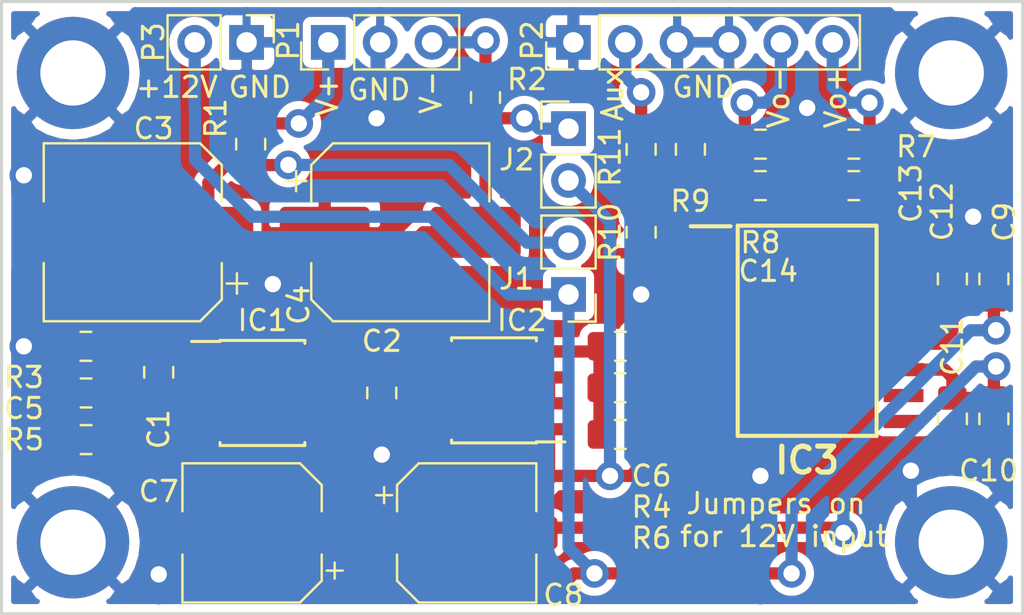
<source format=kicad_pcb>
(kicad_pcb (version 20171130) (host pcbnew "(5.1.5)-2")
  (layers (0 F.Cu signal) (31 B.Cu signal) (34 B.Paste user) (35 F.Paste user) (36 B.SilkS user) (37 F.SilkS user) (38 B.Mask user) (39 F.Mask user) (44 Edge.Cuts user))
  (net 0 "")
  (net 1 "Net-(C1-Pad1)")
  (net 2 GND)
  (net 3 "Net-(C2-Pad1)")
  (net 4 "Net-(C5-Pad1)")
  (net 5 "Net-(C6-Pad1)")
  (net 6 "Net-(C12-Pad1)")
  (net 7 "Net-(C10-Pad2)")
  (net 8 "Net-(C13-Pad1)")
  (net 9 "Net-(C13-Pad2)")
  (net 10 "Net-(C14-Pad2)")
  (net 11 "Net-(C14-Pad1)")
  (net 12 /Vin+)
  (net 13 /Vin-)
  (net 14 Aux_In)
  (net 15 "Net-(IC1-Pad5)")
  (net 16 "Net-(IC1-Pad8)")
  (net 17 "Net-(IC2-Pad8)")
  (net 18 "Net-(IC2-Pad5)")
  (net 19 "Net-(IC3-Pad6)")
  (module Hella_Bauteile:SOIC127P1030X265-16N (layer F.Cu) (at 139.446 56.134)
    (fp_text reference IC3 (at 0 6.35) (layer F.SilkS) (effects (font (size 1.27 1.27) (thickness 0.254))))
    (fp_text value DRV134UA hide)
    (pad 16 smd rect (at 4.725 -4.445 90) (size 0.65 1.95) (layers F.Cu F.Paste F.Mask))
    (pad 15 smd rect (at 4.725 -3.175 90) (size 0.65 1.95) (layers F.Cu F.Paste F.Mask))
    (pad 14 smd rect (at 4.725 -1.905 90) (size 0.65 1.95) (layers F.Cu F.Paste F.Mask) (net 8 "Net-(C13-Pad1)"))
    (pad 13 smd rect (at 4.725 -0.635 90) (size 0.65 1.95) (layers F.Cu F.Paste F.Mask) (net 9 "Net-(C13-Pad2)"))
    (pad 12 smd rect (at 4.725 0.635 90) (size 0.65 1.95) (layers F.Cu F.Paste F.Mask) (net 6 "Net-(C12-Pad1)"))
    (pad 11 smd rect (at 4.725 1.905 90) (size 0.65 1.95) (layers F.Cu F.Paste F.Mask) (net 7 "Net-(C10-Pad2)"))
    (pad 10 smd rect (at 4.725 3.175 90) (size 0.65 1.95) (layers F.Cu F.Paste F.Mask))
    (pad 9 smd rect (at 4.725 4.445 90) (size 0.65 1.95) (layers F.Cu F.Paste F.Mask))
    (pad 8 smd rect (at -4.725 4.445 90) (size 0.65 1.95) (layers F.Cu F.Paste F.Mask))
    (pad 7 smd rect (at -4.725 3.175 90) (size 0.65 1.95) (layers F.Cu F.Paste F.Mask))
    (pad 6 smd rect (at -4.725 1.905 90) (size 0.65 1.95) (layers F.Cu F.Paste F.Mask) (net 19 "Net-(IC3-Pad6)"))
    (pad 5 smd rect (at -4.725 0.635 90) (size 0.65 1.95) (layers F.Cu F.Paste F.Mask) (net 2 GND))
    (pad 4 smd rect (at -4.725 -0.635 90) (size 0.65 1.95) (layers F.Cu F.Paste F.Mask) (net 11 "Net-(C14-Pad1)"))
    (pad 3 smd rect (at -4.725 -1.905 90) (size 0.65 1.95) (layers F.Cu F.Paste F.Mask) (net 10 "Net-(C14-Pad2)"))
    (pad 2 smd rect (at -4.725 -3.175 90) (size 0.65 1.95) (layers F.Cu F.Paste F.Mask))
    (pad 1 smd rect (at -4.725 -4.445 90) (size 0.65 1.95) (layers F.Cu F.Paste F.Mask))
  )
  (module Capacitor_SMD:C_0805_2012Metric_Pad1.15x1.40mm_HandSolder (layer F.Cu) (at 107.696 58.166 270)
    (fp_text reference C1 (at 2.794 0 270) (layer F.SilkS))
    (fp_text value 220nF)
    (pad 1 smd roundrect (at -1.025 0 270) (size 1.15 1.4) (layers F.Cu F.Paste F.Mask) (roundrect_rratio 0.217391) (net 1 "Net-(C1-Pad1)"))
    (pad 2 smd roundrect (at 1.025 0 270) (size 1.15 1.4) (layers F.Cu F.Paste F.Mask) (roundrect_rratio 0.217391) (net 2 GND))
  )
  (module Capacitor_SMD:C_0805_2012Metric_Pad1.15x1.40mm_HandSolder (layer F.Cu) (at 118.618 59.182 270)
    (fp_text reference C2 (at -2.54 0) (layer F.SilkS))
    (fp_text value 220nF)
    (pad 2 smd roundrect (at 1.025 0 270) (size 1.15 1.4) (layers F.Cu F.Paste F.Mask) (roundrect_rratio 0.217391) (net 2 GND))
    (pad 1 smd roundrect (at -1.025 0 270) (size 1.15 1.4) (layers F.Cu F.Paste F.Mask) (roundrect_rratio 0.217391) (net 3 "Net-(C2-Pad1)"))
  )
  (module Capacitor_SMD:C_0805_2012Metric_Pad1.15x1.40mm_HandSolder (layer F.Cu) (at 104.14 59.182 180)
    (fp_text reference C5 (at 3.048 -0.762 180) (layer F.SilkS))
    (fp_text value 10µF)
    (pad 1 smd roundrect (at -1.025 0 180) (size 1.15 1.4) (layers F.Cu F.Paste F.Mask) (roundrect_rratio 0.217391) (net 4 "Net-(C5-Pad1)"))
    (pad 2 smd roundrect (at 1.025 0 180) (size 1.15 1.4) (layers F.Cu F.Paste F.Mask) (roundrect_rratio 0.217391) (net 2 GND))
  )
  (module Capacitor_SMD:C_0805_2012Metric_Pad1.15x1.40mm_HandSolder (layer F.Cu) (at 130.302 56.896)
    (fp_text reference C6 (at 1.524 6.35) (layer F.SilkS))
    (fp_text value 10µF)
    (pad 2 smd roundrect (at 1.025 0) (size 1.15 1.4) (layers F.Cu F.Paste F.Mask) (roundrect_rratio 0.217391) (net 2 GND))
    (pad 1 smd roundrect (at -1.025 0) (size 1.15 1.4) (layers F.Cu F.Paste F.Mask) (roundrect_rratio 0.217391) (net 5 "Net-(C6-Pad1)"))
  )
  (module Capacitor_SMD:C_0805_2012Metric_Pad1.15x1.40mm_HandSolder (layer F.Cu) (at 148.59 53.594 90)
    (fp_text reference C9 (at 2.794 0.508 90) (layer F.SilkS))
    (fp_text value 1µF)
    (pad 1 smd roundrect (at -1.025 0 90) (size 1.15 1.4) (layers F.Cu F.Paste F.Mask) (roundrect_rratio 0.217391) (net 6 "Net-(C12-Pad1)"))
    (pad 2 smd roundrect (at 1.025 0 90) (size 1.15 1.4) (layers F.Cu F.Paste F.Mask) (roundrect_rratio 0.217391) (net 2 GND))
  )
  (module Capacitor_SMD:C_0805_2012Metric_Pad1.15x1.40mm_HandSolder (layer F.Cu) (at 148.59 60.452 90)
    (fp_text reference C10 (at -2.54 -0.254 180) (layer F.SilkS))
    (fp_text value 1µF)
    (pad 2 smd roundrect (at 1.025 0 90) (size 1.15 1.4) (layers F.Cu F.Paste F.Mask) (roundrect_rratio 0.217391) (net 7 "Net-(C10-Pad2)"))
    (pad 1 smd roundrect (at -1.025 0 90) (size 1.15 1.4) (layers F.Cu F.Paste F.Mask) (roundrect_rratio 0.217391) (net 2 GND))
  )
  (module Capacitor_SMD:C_0805_2012Metric_Pad1.15x1.40mm_HandSolder (layer F.Cu) (at 146.558 60.452 90)
    (fp_text reference C11 (at 3.556 0 90) (layer F.SilkS))
    (fp_text value 100nF)
    (pad 1 smd roundrect (at -1.025 0 90) (size 1.15 1.4) (layers F.Cu F.Paste F.Mask) (roundrect_rratio 0.217391) (net 2 GND))
    (pad 2 smd roundrect (at 1.025 0 90) (size 1.15 1.4) (layers F.Cu F.Paste F.Mask) (roundrect_rratio 0.217391) (net 7 "Net-(C10-Pad2)"))
  )
  (module Capacitor_SMD:C_0805_2012Metric_Pad1.15x1.40mm_HandSolder (layer F.Cu) (at 146.558 53.594 90)
    (fp_text reference C12 (at 3.302 -0.508 90) (layer F.SilkS))
    (fp_text value 100nF)
    (pad 2 smd roundrect (at 1.025 0 90) (size 1.15 1.4) (layers F.Cu F.Paste F.Mask) (roundrect_rratio 0.217391) (net 2 GND))
    (pad 1 smd roundrect (at -1.025 0 90) (size 1.15 1.4) (layers F.Cu F.Paste F.Mask) (roundrect_rratio 0.217391) (net 6 "Net-(C12-Pad1)"))
  )
  (module Capacitor_SMD:C_0805_2012Metric_Pad1.15x1.40mm_HandSolder (layer F.Cu) (at 141.732 49.022 180)
    (fp_text reference C13 (at -2.794 -0.381 270) (layer F.SilkS))
    (fp_text value 10µF)
    (pad 1 smd roundrect (at -1.025 0 180) (size 1.15 1.4) (layers F.Cu F.Paste F.Mask) (roundrect_rratio 0.217391) (net 8 "Net-(C13-Pad1)"))
    (pad 2 smd roundrect (at 1.025 0 180) (size 1.15 1.4) (layers F.Cu F.Paste F.Mask) (roundrect_rratio 0.217391) (net 9 "Net-(C13-Pad2)"))
  )
  (module Capacitor_SMD:C_0805_2012Metric_Pad1.15x1.40mm_HandSolder (layer F.Cu) (at 137.16 49.022 180)
    (fp_text reference C14 (at -0.381 -4.191 180) (layer F.SilkS))
    (fp_text value 10µF)
    (pad 2 smd roundrect (at 1.025 0 180) (size 1.15 1.4) (layers F.Cu F.Paste F.Mask) (roundrect_rratio 0.217391) (net 10 "Net-(C14-Pad2)"))
    (pad 1 smd roundrect (at -1.025 0 180) (size 1.15 1.4) (layers F.Cu F.Paste F.Mask) (roundrect_rratio 0.217391) (net 11 "Net-(C14-Pad1)"))
  )
  (module Package_SO:SOIC-8_3.9x4.9mm_P1.27mm (layer F.Cu) (at 112.776 59.182)
    (fp_text reference IC1 (at 0 -3.556) (layer F.SilkS))
    (fp_text value LM317L_SO8)
    (pad 1 smd rect (at -2.7 -1.905) (size 1.55 0.6) (layers F.Cu F.Paste F.Mask) (net 1 "Net-(C1-Pad1)"))
    (pad 2 smd rect (at -2.7 -0.635) (size 1.55 0.6) (layers F.Cu F.Paste F.Mask) (net 6 "Net-(C12-Pad1)"))
    (pad 3 smd rect (at -2.7 0.635) (size 1.55 0.6) (layers F.Cu F.Paste F.Mask) (net 6 "Net-(C12-Pad1)"))
    (pad 4 smd rect (at -2.7 1.905) (size 1.55 0.6) (layers F.Cu F.Paste F.Mask) (net 4 "Net-(C5-Pad1)"))
    (pad 5 smd rect (at 2.7 1.905) (size 1.55 0.6) (layers F.Cu F.Paste F.Mask) (net 15 "Net-(IC1-Pad5)"))
    (pad 6 smd rect (at 2.7 0.635) (size 1.55 0.6) (layers F.Cu F.Paste F.Mask) (net 6 "Net-(C12-Pad1)"))
    (pad 7 smd rect (at 2.7 -0.635) (size 1.55 0.6) (layers F.Cu F.Paste F.Mask) (net 6 "Net-(C12-Pad1)"))
    (pad 8 smd rect (at 2.7 -1.905) (size 1.55 0.6) (layers F.Cu F.Paste F.Mask) (net 16 "Net-(IC1-Pad8)"))
  )
  (module Package_SO:SOIC-8_3.9x4.9mm_P1.27mm (layer F.Cu) (at 124.112 59.055 180)
    (fp_text reference IC2 (at -1.364 3.429 180) (layer F.SilkS))
    (fp_text value LM337L_SO8)
    (pad 8 smd rect (at 2.7 -1.905 180) (size 1.55 0.6) (layers F.Cu F.Paste F.Mask) (net 17 "Net-(IC2-Pad8)"))
    (pad 7 smd rect (at 2.7 -0.635 180) (size 1.55 0.6) (layers F.Cu F.Paste F.Mask) (net 3 "Net-(C2-Pad1)"))
    (pad 6 smd rect (at 2.7 0.635 180) (size 1.55 0.6) (layers F.Cu F.Paste F.Mask) (net 3 "Net-(C2-Pad1)"))
    (pad 5 smd rect (at 2.7 1.905 180) (size 1.55 0.6) (layers F.Cu F.Paste F.Mask) (net 18 "Net-(IC2-Pad5)"))
    (pad 4 smd rect (at -2.7 1.905 180) (size 1.55 0.6) (layers F.Cu F.Paste F.Mask) (net 5 "Net-(C6-Pad1)"))
    (pad 3 smd rect (at -2.7 0.635 180) (size 1.55 0.6) (layers F.Cu F.Paste F.Mask) (net 3 "Net-(C2-Pad1)"))
    (pad 2 smd rect (at -2.7 -0.635 180) (size 1.55 0.6) (layers F.Cu F.Paste F.Mask) (net 3 "Net-(C2-Pad1)"))
    (pad 1 smd rect (at -2.7 -1.905 180) (size 1.55 0.6) (layers F.Cu F.Paste F.Mask) (net 7 "Net-(C10-Pad2)"))
  )
  (module Connector_PinHeader_2.54mm:PinHeader_1x02_P2.54mm_Vertical (layer F.Cu) (at 127.762 54.356 180)
    (fp_text reference J1 (at 2.54 0.762) (layer F.SilkS))
    (fp_text value Conn_01x02_Male)
    (pad 1 thru_hole rect (at 0 0 180) (size 1.7 1.7) (drill 1) (layers *.Cu *.Mask) (net 6 "Net-(C12-Pad1)"))
    (pad 2 thru_hole oval (at 0 2.54 180) (size 1.7 1.7) (drill 1) (layers *.Cu *.Mask) (net 1 "Net-(C1-Pad1)"))
  )
  (module Connector_PinHeader_2.54mm:PinHeader_1x02_P2.54mm_Vertical (layer F.Cu) (at 127.762 46.228)
    (fp_text reference J2 (at -2.54 1.524) (layer F.SilkS))
    (fp_text value Conn_01x02_Male)
    (pad 2 thru_hole oval (at 0 2.54) (size 1.7 1.7) (drill 1) (layers *.Cu *.Mask) (net 7 "Net-(C10-Pad2)"))
    (pad 1 thru_hole rect (at 0 0) (size 1.7 1.7) (drill 1) (layers *.Cu *.Mask) (net 3 "Net-(C2-Pad1)"))
  )
  (module Connector_PinHeader_2.54mm:PinHeader_1x03_P2.54mm_Vertical (layer F.Cu) (at 116 42 90)
    (fp_text reference P1 (at 0.09 -1.954 90) (layer F.SilkS))
    (fp_text value Conn_01x03_Male)
    (pad 1 thru_hole rect (at 0 0 90) (size 1.7 1.7) (drill 1) (layers *.Cu *.Mask) (net 12 /Vin+))
    (pad 2 thru_hole oval (at 0 2.54 90) (size 1.7 1.7) (drill 1) (layers *.Cu *.Mask) (net 2 GND))
    (pad 3 thru_hole oval (at 0 5.08 90) (size 1.7 1.7) (drill 1) (layers *.Cu *.Mask) (net 13 /Vin-))
  )
  (module Connector_PinHeader_2.54mm:PinHeader_1x06_P2.54mm_Vertical (layer F.Cu) (at 128 42 90)
    (fp_text reference P2 (at 0.09 -2.016 90) (layer F.SilkS))
    (fp_text value Conn_01x06_Male)
    (pad 1 thru_hole rect (at 0 0 90) (size 1.7 1.7) (drill 1) (layers *.Cu *.Mask) (net 2 GND))
    (pad 2 thru_hole oval (at 0 2.54 90) (size 1.7 1.7) (drill 1) (layers *.Cu *.Mask) (net 14 Aux_In))
    (pad 3 thru_hole oval (at 0 5.08 90) (size 1.7 1.7) (drill 1) (layers *.Cu *.Mask) (net 2 GND))
    (pad 4 thru_hole oval (at 0 7.62 90) (size 1.7 1.7) (drill 1) (layers *.Cu *.Mask) (net 2 GND))
    (pad 5 thru_hole oval (at 0 10.16 90) (size 1.7 1.7) (drill 1) (layers *.Cu *.Mask) (net 10 "Net-(C14-Pad2)"))
    (pad 6 thru_hole oval (at 0 12.7 90) (size 1.7 1.7) (drill 1) (layers *.Cu *.Mask) (net 8 "Net-(C13-Pad1)"))
  )
  (module Connector_PinHeader_2.54mm:PinHeader_1x02_P2.54mm_Vertical (layer F.Cu) (at 112 42 270)
    (fp_text reference P3 (at 0 4.558 270) (layer F.SilkS))
    (fp_text value Conn_01x02_Male)
    (pad 1 thru_hole rect (at 0 0 270) (size 1.7 1.7) (drill 1) (layers *.Cu *.Mask) (net 2 GND))
    (pad 2 thru_hole oval (at 0 2.54 270) (size 1.7 1.7) (drill 1) (layers *.Cu *.Mask) (net 6 "Net-(C12-Pad1)"))
  )
  (module Resistor_SMD:R_0805_2012Metric_Pad1.15x1.40mm_HandSolder (layer F.Cu) (at 112.2 46.99 270)
    (fp_text reference R1 (at -1.27 1.71 270) (layer F.SilkS))
    (fp_text value 100)
    (pad 1 smd roundrect (at -1.025 0 270) (size 1.15 1.4) (layers F.Cu F.Paste F.Mask) (roundrect_rratio 0.217391) (net 12 /Vin+))
    (pad 2 smd roundrect (at 1.025 0 270) (size 1.15 1.4) (layers F.Cu F.Paste F.Mask) (roundrect_rratio 0.217391) (net 1 "Net-(C1-Pad1)"))
  )
  (module Resistor_SMD:R_0805_2012Metric_Pad1.15x1.40mm_HandSolder (layer F.Cu) (at 123.698 44.704 270)
    (fp_text reference R2 (at -0.889 -2.032) (layer F.SilkS))
    (fp_text value 100)
    (pad 2 smd roundrect (at 1.025 0 270) (size 1.15 1.4) (layers F.Cu F.Paste F.Mask) (roundrect_rratio 0.217391) (net 3 "Net-(C2-Pad1)"))
    (pad 1 smd roundrect (at -1.025 0 270) (size 1.15 1.4) (layers F.Cu F.Paste F.Mask) (roundrect_rratio 0.217391) (net 13 /Vin-))
  )
  (module Resistor_SMD:R_0805_2012Metric_Pad1.15x1.40mm_HandSolder (layer F.Cu) (at 104.131 56.896 180)
    (fp_text reference R3 (at 3.039 -1.524 180) (layer F.SilkS))
    (fp_text value 2k)
    (pad 1 smd roundrect (at -1.025 0 180) (size 1.15 1.4) (layers F.Cu F.Paste F.Mask) (roundrect_rratio 0.217391) (net 4 "Net-(C5-Pad1)"))
    (pad 2 smd roundrect (at 1.025 0 180) (size 1.15 1.4) (layers F.Cu F.Paste F.Mask) (roundrect_rratio 0.217391) (net 2 GND))
  )
  (module Resistor_SMD:R_0805_2012Metric_Pad1.15x1.40mm_HandSolder (layer F.Cu) (at 130.293 58.928 180)
    (fp_text reference R4 (at -1.533 -5.842 180) (layer F.SilkS))
    (fp_text value 2k)
    (pad 2 smd roundrect (at 1.025 0 180) (size 1.15 1.4) (layers F.Cu F.Paste F.Mask) (roundrect_rratio 0.217391) (net 5 "Net-(C6-Pad1)"))
    (pad 1 smd roundrect (at -1.025 0 180) (size 1.15 1.4) (layers F.Cu F.Paste F.Mask) (roundrect_rratio 0.217391) (net 2 GND))
  )
  (module Resistor_SMD:R_0805_2012Metric_Pad1.15x1.40mm_HandSolder (layer F.Cu) (at 104.14 61.468)
    (fp_text reference R5 (at -3.039 0) (layer F.SilkS))
    (fp_text value 220)
    (pad 1 smd roundrect (at -1.025 0) (size 1.15 1.4) (layers F.Cu F.Paste F.Mask) (roundrect_rratio 0.217391) (net 6 "Net-(C12-Pad1)"))
    (pad 2 smd roundrect (at 1.025 0) (size 1.15 1.4) (layers F.Cu F.Paste F.Mask) (roundrect_rratio 0.217391) (net 4 "Net-(C5-Pad1)"))
  )
  (module Resistor_SMD:R_0805_2012Metric_Pad1.15x1.40mm_HandSolder (layer F.Cu) (at 130.302 61.214)
    (fp_text reference R6 (at 1.524 5.08) (layer F.SilkS))
    (fp_text value 220)
    (pad 2 smd roundrect (at 1.025 0) (size 1.15 1.4) (layers F.Cu F.Paste F.Mask) (roundrect_rratio 0.217391) (net 7 "Net-(C10-Pad2)"))
    (pad 1 smd roundrect (at -1.025 0) (size 1.15 1.4) (layers F.Cu F.Paste F.Mask) (roundrect_rratio 0.217391) (net 5 "Net-(C6-Pad1)"))
  )
  (module Resistor_SMD:R_0805_2012Metric_Pad1.15x1.40mm_HandSolder (layer F.Cu) (at 141.732 46.99 180)
    (fp_text reference R7 (at -3.048 -0.127 180) (layer F.SilkS))
    (fp_text value 220)
    (pad 1 smd roundrect (at -1.025 0 180) (size 1.15 1.4) (layers F.Cu F.Paste F.Mask) (roundrect_rratio 0.217391) (net 8 "Net-(C13-Pad1)"))
    (pad 2 smd roundrect (at 1.025 0 180) (size 1.15 1.4) (layers F.Cu F.Paste F.Mask) (roundrect_rratio 0.217391) (net 2 GND))
  )
  (module Resistor_SMD:R_0805_2012Metric_Pad1.15x1.40mm_HandSolder (layer F.Cu) (at 137.16 46.99 180)
    (fp_text reference R8 (at 0 -4.826) (layer F.SilkS))
    (fp_text value 220)
    (pad 2 smd roundrect (at 1.025 0 180) (size 1.15 1.4) (layers F.Cu F.Paste F.Mask) (roundrect_rratio 0.217391) (net 10 "Net-(C14-Pad2)"))
    (pad 1 smd roundrect (at -1.025 0 180) (size 1.15 1.4) (layers F.Cu F.Paste F.Mask) (roundrect_rratio 0.217391) (net 2 GND))
  )
  (module Resistor_SMD:R_0805_2012Metric_Pad1.15x1.40mm_HandSolder (layer F.Cu) (at 131.318 51.308 270)
    (fp_text reference R10 (at 0 1.524 270) (layer F.SilkS))
    (fp_text value 240)
    (pad 1 smd roundrect (at -1.025 0 270) (size 1.15 1.4) (layers F.Cu F.Paste F.Mask) (roundrect_rratio 0.217391) (net 19 "Net-(IC3-Pad6)"))
    (pad 2 smd roundrect (at 1.025 0 270) (size 1.15 1.4) (layers F.Cu F.Paste F.Mask) (roundrect_rratio 0.217391) (net 2 GND))
  )
  (module Resistor_SMD:R_0805_2012Metric_Pad1.15x1.40mm_HandSolder (layer F.Cu) (at 131.318 47.244 90)
    (fp_text reference R11 (at -0.381 -1.524 90) (layer F.SilkS))
    (fp_text value 1k)
    (pad 2 smd roundrect (at 1.025 0 90) (size 1.15 1.4) (layers F.Cu F.Paste F.Mask) (roundrect_rratio 0.217391) (net 14 Aux_In))
    (pad 1 smd roundrect (at -1.025 0 90) (size 1.15 1.4) (layers F.Cu F.Paste F.Mask) (roundrect_rratio 0.217391) (net 19 "Net-(IC3-Pad6)"))
  )
  (module MountingHole:MountingHole_3.2mm_M3_ISO14580_Pad (layer F.Cu) (at 103.5 43.5)
    (fp_text reference H1 hide)
    (fp_text value MountingHole_Pad)
    (pad 1 thru_hole circle (at 0 0) (size 5.5 5.5) (drill 3.2) (layers *.Cu *.Mask) (net 2 GND))
  )
  (module MountingHole:MountingHole_3.2mm_M3_ISO14580_Pad (layer F.Cu) (at 103.5 66.5)
    (fp_text reference H2 hide)
    (fp_text value MountingHole_Pad)
    (pad 1 thru_hole circle (at 0 0) (size 5.5 5.5) (drill 3.2) (layers *.Cu *.Mask) (net 2 GND))
  )
  (module MountingHole:MountingHole_3.2mm_M3_ISO14580_Pad (layer F.Cu) (at 146.5 43.5)
    (fp_text reference H3 hide)
    (fp_text value MountingHole_Pad)
    (pad 1 thru_hole circle (at 0 0) (size 5.5 5.5) (drill 3.2) (layers *.Cu *.Mask) (net 2 GND))
  )
  (module MountingHole:MountingHole_3.2mm_M3_ISO14580_Pad (layer F.Cu) (at 146.5 66.5)
    (fp_text reference H4 hide)
    (fp_text value MountingHole_Pad)
    (pad 1 thru_hole circle (at 0 0) (size 5.5 5.5) (drill 3.2) (layers *.Cu *.Mask) (net 2 GND))
  )
  (module Capacitor_SMD:CP_Elec_8x10.5 (layer F.Cu) (at 106.426 51.308 180)
    (fp_text reference C3 (at -1.016 5.08 180) (layer F.SilkS))
    (fp_text value 220µF)
    (pad 1 smd roundrect (at -3.7 0 180) (size 4.4 2.5) (layers F.Cu F.Paste F.Mask) (roundrect_rratio 0.1) (net 1 "Net-(C1-Pad1)"))
    (pad 2 smd roundrect (at 3.7 0 180) (size 4.4 2.5) (layers F.Cu F.Paste F.Mask) (roundrect_rratio 0.1) (net 2 GND))
  )
  (module Capacitor_SMD:CP_Elec_8x10.5 (layer F.Cu) (at 119.524 51.308)
    (fp_text reference C4 (at -4.97 3.556 90) (layer F.SilkS))
    (fp_text value 220nF)
    (pad 2 smd roundrect (at 3.7 0) (size 4.4 2.5) (layers F.Cu F.Paste F.Mask) (roundrect_rratio 0.1) (net 3 "Net-(C2-Pad1)"))
    (pad 1 smd roundrect (at -3.7 0) (size 4.4 2.5) (layers F.Cu F.Paste F.Mask) (roundrect_rratio 0.1) (net 2 GND))
  )
  (module Capacitor_SMD:CP_Elec_6.3x5.8 (layer F.Cu) (at 112.268 66.04 180)
    (fp_text reference C7 (at 4.572 2.032 180) (layer F.SilkS))
    (fp_text value 100µF)
    (pad 2 smd roundrect (at 2.7 0 180) (size 3.5 1.6) (layers F.Cu F.Paste F.Mask) (roundrect_rratio 0.15625) (net 2 GND))
    (pad 1 smd roundrect (at -2.7 0 180) (size 3.5 1.6) (layers F.Cu F.Paste F.Mask) (roundrect_rratio 0.15625) (net 6 "Net-(C12-Pad1)"))
  )
  (module Capacitor_SMD:CP_Elec_6.3x5.8 (layer F.Cu) (at 122.776 66.04)
    (fp_text reference C8 (at 4.732 3.048) (layer F.SilkS))
    (fp_text value 100µF)
    (pad 1 smd roundrect (at -2.7 0) (size 3.5 1.6) (layers F.Cu F.Paste F.Mask) (roundrect_rratio 0.15625) (net 2 GND))
    (pad 2 smd roundrect (at 2.7 0) (size 3.5 1.6) (layers F.Cu F.Paste F.Mask) (roundrect_rratio 0.15625) (net 7 "Net-(C10-Pad2)"))
  )
  (module Resistor_SMD:R_0805_2012Metric_Pad1.15x1.40mm_HandSolder (layer F.Cu) (at 133.731 47.244 90)
    (fp_text reference R9 (at -2.54 0 180) (layer F.SilkS))
    (fp_text value R)
    (pad 1 smd roundrect (at -1.025 0 90) (size 1.15 1.4) (layers F.Cu F.Paste F.Mask) (roundrect_rratio 0.217391) (net 19 "Net-(IC3-Pad6)"))
    (pad 2 smd roundrect (at 1.025 0 90) (size 1.15 1.4) (layers F.Cu F.Paste F.Mask) (roundrect_rratio 0.217391) (net 2 GND))
  )
  (gr_text "Jumpers on \nfor 12V input" (at 138.303 65.405) (layer F.SilkS) (effects (font (size 1 1))))
  (gr_text GND (at 134.366 44.196) (layer F.SilkS) (effects (font (size 1 1))))
  (gr_text Aux (at 129.921 44.577 90) (layer F.SilkS) (effects (font (size 1 1))))
  (gr_text Vo- (at 138.049 44.704 90) (layer F.SilkS) (effects (font (size 1 1))))
  (gr_text Vo+ (at 140.843 44.704 90) (layer F.SilkS) (effects (font (size 1 1))))
  (gr_text +12V (at 108.585 44.196) (layer F.SilkS) (effects (font (size 1 1))))
  (gr_text GND (at 112.649 44.196) (layer F.SilkS) (effects (font (size 1 1))))
  (gr_text GND (at 118.491 44.323) (layer F.SilkS) (effects (font (size 1 1))))
  (gr_text V- (at 121.031 44.45 90) (layer F.SilkS) (effects (font (size 1 1))))
  (gr_text V+ (at 115.951 44.577 90) (layer F.SilkS) (effects (font (size 1 1))))
  (gr_line (start 100 70) (end 100 40) (layer Edge.Cuts) (width 0.15))
  (gr_line (start 150 70) (end 100 70) (layer Edge.Cuts) (width 0.15))
  (gr_line (start 150 40) (end 150 70) (layer Edge.Cuts) (width 0.15))
  (gr_line (start 100 40) (end 150 40) (layer Edge.Cuts) (width 0.15))
  (segment (start 112.522 48.015) (end 110.989 48.015) (width 0.6) (layer F.Cu) (net 1))
  (segment (start 110.126 48.878) (end 110.126 51.308) (width 0.6) (layer F.Cu) (net 1))
  (segment (start 110.989 48.015) (end 110.126 48.878) (width 0.6) (layer F.Cu) (net 1))
  (segment (start 107.578 57.277) (end 110.076 57.277) (width 0.6) (layer F.Cu) (net 1))
  (segment (start 107.696 57.159) (end 107.578 57.277) (width 0.6) (layer F.Cu) (net 1))
  (segment (start 107.696 55.626) (end 107.696 57.159) (width 0.6) (layer F.Cu) (net 1))
  (segment (start 109.728 53.594) (end 107.696 55.626) (width 0.6) (layer F.Cu) (net 1))
  (segment (start 110.126 51.308) (end 109.728 51.706) (width 0.6) (layer F.Cu) (net 1))
  (segment (start 109.728 51.706) (end 109.728 53.594) (width 0.6) (layer F.Cu) (net 1))
  (via (at 114.046 48.006) (size 1.4) (drill 0.8) (layers F.Cu B.Cu) (net 1))
  (segment (start 112.522 48.015) (end 114.037 48.015) (width 0.6) (layer F.Cu) (net 1))
  (segment (start 114.037 48.015) (end 114.046 48.006) (width 0.6) (layer F.Cu) (net 1))
  (segment (start 125.73 51.816) (end 127.762 51.816) (width 0.6) (layer B.Cu) (net 1))
  (segment (start 114.046 48.006) (end 121.92 48.006) (width 0.6) (layer B.Cu) (net 1))
  (segment (start 121.92 48.006) (end 125.73 51.816) (width 0.6) (layer B.Cu) (net 1))
  (via (at 113.284 53.848) (size 1.4) (drill 0.8) (layers F.Cu B.Cu) (net 2))
  (segment (start 131.327 58.919) (end 131.318 58.928) (width 0.6) (layer F.Cu) (net 2))
  (segment (start 131.327 56.896) (end 131.327 58.919) (width 0.6) (layer F.Cu) (net 2))
  (segment (start 103.115 59.191) (end 103.106 59.182) (width 0.6) (layer F.Cu) (net 2))
  (segment (start 115.824 52.658) (end 117.094 53.928) (width 0.6) (layer F.Cu) (net 2))
  (segment (start 115.824 51.308) (end 115.824 52.658) (width 0.6) (layer F.Cu) (net 2))
  (segment (start 117.103 60.207) (end 118.618 60.207) (width 0.6) (layer F.Cu) (net 2))
  (segment (start 117.094 60.198) (end 117.103 60.207) (width 0.6) (layer F.Cu) (net 2))
  (segment (start 131.318 56.887) (end 131.327 56.896) (width 0.6) (layer F.Cu) (net 2))
  (segment (start 131.318 52.333) (end 131.318 54.356) (width 0.6) (layer F.Cu) (net 2))
  (segment (start 143.47501 40.47501) (end 146.5 43.5) (width 0.4) (layer B.Cu) (net 2))
  (segment (start 103.5 43.5) (end 106.52499 40.47501) (width 0.4) (layer B.Cu) (net 2))
  (segment (start 112 40.48901) (end 112.014 40.47501) (width 0.4) (layer B.Cu) (net 2))
  (segment (start 112 42) (end 112 40.48901) (width 0.4) (layer B.Cu) (net 2))
  (segment (start 106.52499 40.47501) (end 112.014 40.47501) (width 0.4) (layer B.Cu) (net 2))
  (segment (start 112.014 40.47501) (end 118.618 40.47501) (width 0.4) (layer B.Cu) (net 2))
  (segment (start 135.62 40.49101) (end 135.636 40.47501) (width 0.4) (layer B.Cu) (net 2))
  (segment (start 135.62 42) (end 135.62 40.49101) (width 0.4) (layer B.Cu) (net 2))
  (segment (start 135.636 40.47501) (end 143.47501 40.47501) (width 0.4) (layer B.Cu) (net 2))
  (segment (start 133.08 40.49101) (end 133.096 40.47501) (width 0.4) (layer B.Cu) (net 2))
  (segment (start 133.08 42) (end 133.08 40.49101) (width 0.4) (layer B.Cu) (net 2))
  (segment (start 118.618 40.47501) (end 133.096 40.47501) (width 0.4) (layer B.Cu) (net 2))
  (segment (start 133.096 40.47501) (end 135.636 40.47501) (width 0.4) (layer B.Cu) (net 2))
  (segment (start 118.54 40.47501) (end 118.618 40.47501) (width 0.4) (layer B.Cu) (net 2))
  (segment (start 118.54 42) (end 118.54 40.47501) (width 0.4) (layer B.Cu) (net 2))
  (segment (start 103.5 66.5) (end 106.249999 69.249999) (width 0.4) (layer B.Cu) (net 2))
  (via (at 101.092 48.514) (size 1.4) (drill 0.8) (layers F.Cu B.Cu) (net 2))
  (segment (start 102.108 48.514) (end 101.092 48.514) (width 0.4) (layer F.Cu) (net 2))
  (segment (start 102.726 51.308) (end 102.726 49.132) (width 0.4) (layer F.Cu) (net 2))
  (segment (start 102.726 49.132) (end 102.108 48.514) (width 0.4) (layer F.Cu) (net 2))
  (segment (start 103.115 56.905) (end 103.106 56.896) (width 0.6) (layer F.Cu) (net 2))
  (segment (start 103.115 59.182) (end 103.115 56.905) (width 0.6) (layer F.Cu) (net 2))
  (segment (start 109.568 66.04) (end 109.568 67.216) (width 0.6) (layer F.Cu) (net 2))
  (via (at 107.696 68.072) (size 1.4) (drill 0.8) (layers F.Cu B.Cu) (net 2))
  (segment (start 109.568 67.216) (end 108.712 68.072) (width 0.6) (layer F.Cu) (net 2))
  (segment (start 108.712 68.072) (end 107.696 68.072) (width 0.6) (layer F.Cu) (net 2))
  (segment (start 107.696 68.072) (end 107.696 69.249999) (width 0.6) (layer B.Cu) (net 2))
  (segment (start 106.249999 69.249999) (end 107.696 69.249999) (width 0.4) (layer B.Cu) (net 2))
  (via (at 118.364 45.72) (size 1.4) (drill 0.8) (layers F.Cu B.Cu) (net 2))
  (segment (start 115.824 51.308) (end 115.824 48.26) (width 0.6) (layer F.Cu) (net 2))
  (segment (start 115.824 48.26) (end 118.364 45.72) (width 0.6) (layer F.Cu) (net 2))
  (segment (start 118.364 42.176) (end 118.54 42) (width 0.6) (layer B.Cu) (net 2))
  (segment (start 118.364 45.72) (end 118.364 42.176) (width 0.6) (layer B.Cu) (net 2))
  (segment (start 128 42) (end 128 40.57501) (width 0.6) (layer B.Cu) (net 2))
  (via (at 139.446 45.212) (size 1.4) (drill 0.8) (layers F.Cu B.Cu) (net 2))
  (segment (start 139.446 46.99) (end 139.446 45.212) (width 0.6) (layer F.Cu) (net 2))
  (segment (start 139.446 46.99) (end 140.453 46.99) (width 0.6) (layer F.Cu) (net 2))
  (segment (start 138.439 46.99) (end 139.446 46.99) (width 0.6) (layer F.Cu) (net 2))
  (segment (start 131.318 54.356) (end 131.318 56.887) (width 0.6) (layer F.Cu) (net 2))
  (via (at 131.318 54.356) (size 1.4) (drill 0.8) (layers F.Cu B.Cu) (net 2))
  (segment (start 133.08 52.594) (end 133.08 47.498) (width 0.6) (layer B.Cu) (net 2))
  (segment (start 131.318 54.356) (end 133.08 52.594) (width 0.6) (layer B.Cu) (net 2))
  (segment (start 138.911949 46.736) (end 133.08 46.736) (width 0.6) (layer B.Cu) (net 2))
  (segment (start 139.446 45.212) (end 139.446 46.201949) (width 0.6) (layer B.Cu) (net 2))
  (segment (start 133.08 47.498) (end 133.08 46.736) (width 0.6) (layer B.Cu) (net 2))
  (segment (start 133.08 46.736) (end 133.08 42) (width 0.6) (layer B.Cu) (net 2))
  (via (at 147.574 50.546) (size 1.4) (drill 0.8) (layers F.Cu B.Cu) (net 2))
  (segment (start 147.574 52.569) (end 147.574 50.546) (width 0.6) (layer F.Cu) (net 2))
  (segment (start 147.574 52.569) (end 146.558 52.569) (width 0.6) (layer F.Cu) (net 2))
  (segment (start 148.59 52.569) (end 147.574 52.569) (width 0.6) (layer F.Cu) (net 2))
  (segment (start 147.574 50.546) (end 143.764 46.736) (width 0.6) (layer B.Cu) (net 2))
  (segment (start 139.446 46.201949) (end 139.446 46.736) (width 0.6) (layer B.Cu) (net 2))
  (segment (start 143.764 46.736) (end 139.446 46.736) (width 0.6) (layer B.Cu) (net 2))
  (segment (start 139.446 46.736) (end 138.911949 46.736) (width 0.6) (layer B.Cu) (net 2))
  (via (at 144.526 62.992) (size 1.4) (drill 0.8) (layers F.Cu B.Cu) (net 2))
  (segment (start 146.041 61.477) (end 144.526 62.992) (width 0.6) (layer F.Cu) (net 2))
  (segment (start 147.574 61.477) (end 146.041 61.477) (width 0.6) (layer F.Cu) (net 2))
  (segment (start 147.574 61.477) (end 146.558 61.477) (width 0.6) (layer F.Cu) (net 2))
  (segment (start 148.59 61.477) (end 147.574 61.477) (width 0.6) (layer F.Cu) (net 2))
  (segment (start 144.526 64.526) (end 146.5 66.5) (width 0.6) (layer B.Cu) (net 2))
  (segment (start 144.526 62.992) (end 144.526 64.526) (width 0.6) (layer B.Cu) (net 2))
  (segment (start 136.296 56.769) (end 137.16 57.633) (width 0.6) (layer F.Cu) (net 2))
  (segment (start 134.721 56.769) (end 136.296 56.769) (width 0.6) (layer F.Cu) (net 2))
  (segment (start 137.16 57.633) (end 137.16 63.246) (width 0.6) (layer F.Cu) (net 2))
  (segment (start 137.16 63.246) (end 137.16 63.246) (width 0.6) (layer F.Cu) (net 2))
  (via (at 137.16 63.246) (size 1.4) (drill 0.8) (layers F.Cu B.Cu) (net 2))
  (segment (start 137.16 63.246) (end 137.16 69.249999) (width 0.6) (layer B.Cu) (net 2))
  (via (at 101.092 56.896) (size 1.4) (drill 0.8) (layers F.Cu B.Cu) (net 2))
  (segment (start 101.092 64.092) (end 101.092 56.896) (width 0.4) (layer B.Cu) (net 2))
  (segment (start 103.5 66.5) (end 101.092 64.092) (width 0.4) (layer B.Cu) (net 2))
  (segment (start 101.092 45.908) (end 101.092 56.896) (width 0.4) (layer B.Cu) (net 2))
  (segment (start 103.5 43.5) (end 101.092 45.908) (width 0.4) (layer B.Cu) (net 2))
  (segment (start 103.106 56.896) (end 101.092 56.896) (width 0.25) (layer F.Cu) (net 2))
  (segment (start 120.076 63.942) (end 120.076 64.516) (width 0.6) (layer F.Cu) (net 2))
  (segment (start 120.076 64.516) (end 120.076 66.04) (width 0.6) (layer F.Cu) (net 2))
  (segment (start 118.618 60.207) (end 118.627 60.207) (width 0.6) (layer F.Cu) (net 2))
  (segment (start 113.284 54.837949) (end 113.818051 55.372) (width 0.6) (layer F.Cu) (net 2))
  (segment (start 113.284 53.848) (end 113.284 54.837949) (width 0.6) (layer F.Cu) (net 2))
  (segment (start 113.818051 55.372) (end 117.094 55.372) (width 0.6) (layer F.Cu) (net 2))
  (segment (start 117.094 53.928) (end 117.094 55.372) (width 0.6) (layer F.Cu) (net 2))
  (segment (start 117.094 55.372) (end 117.094 60.198) (width 0.6) (layer F.Cu) (net 2))
  (segment (start 137.085009 69.32499) (end 137.16 69.249999) (width 0.4) (layer B.Cu) (net 2))
  (segment (start 107.770991 69.32499) (end 137.085009 69.32499) (width 0.4) (layer B.Cu) (net 2))
  (segment (start 107.696 69.249999) (end 107.770991 69.32499) (width 0.4) (layer B.Cu) (net 2))
  (segment (start 137.234991 69.32499) (end 143.67501 69.32499) (width 0.4) (layer B.Cu) (net 2))
  (segment (start 137.16 69.249999) (end 137.234991 69.32499) (width 0.4) (layer B.Cu) (net 2))
  (segment (start 143.67501 69.32499) (end 146.5 66.5) (width 0.4) (layer B.Cu) (net 2))
  (segment (start 106.39599 51.308) (end 102.726 51.308) (width 0.4) (layer F.Cu) (net 2))
  (segment (start 106.39599 58.89799) (end 106.39599 51.308) (width 0.4) (layer F.Cu) (net 2))
  (segment (start 107.696 59.191) (end 106.689 59.191) (width 0.4) (layer F.Cu) (net 2))
  (segment (start 106.689 59.191) (end 106.39599 58.89799) (width 0.4) (layer F.Cu) (net 2))
  (segment (start 120.076 63.661949) (end 120.076 64.516) (width 0.6) (layer F.Cu) (net 2))
  (segment (start 118.618 60.207) (end 118.618 62.203949) (width 0.6) (layer F.Cu) (net 2))
  (segment (start 118.618 62.203949) (end 120.076 63.661949) (width 0.6) (layer F.Cu) (net 2))
  (segment (start 118.618 62.203949) (end 118.618 62.203949) (width 0.6) (layer F.Cu) (net 2))
  (via (at 118.618 62.203949) (size 1.4) (drill 0.8) (layers F.Cu B.Cu) (net 2))
  (segment (start 118.618 53.34) (end 118.618 57.395) (width 0.6) (layer F.Cu) (net 3))
  (segment (start 123.224 51.308) (end 120.65 51.308) (width 0.6) (layer F.Cu) (net 3))
  (segment (start 120.65 51.308) (end 118.618 53.34) (width 0.6) (layer F.Cu) (net 3))
  (segment (start 121.412 58.42) (end 126.812 58.42) (width 0.6) (layer F.Cu) (net 3))
  (segment (start 126.812 58.42) (end 126.812 59.69) (width 0.6) (layer F.Cu) (net 3))
  (segment (start 121.412 58.42) (end 121.412 59.69) (width 0.6) (layer F.Cu) (net 3))
  (segment (start 118.618 57.395) (end 118.618 58.157) (width 0.6) (layer F.Cu) (net 3))
  (segment (start 118.881 58.42) (end 118.618 58.157) (width 0.6) (layer F.Cu) (net 3))
  (segment (start 121.412 58.42) (end 118.881 58.42) (width 0.6) (layer F.Cu) (net 3))
  (segment (start 126.812 59.69) (end 121.412 59.69) (width 0.6) (layer F.Cu) (net 3))
  (via (at 125.6 45.72) (size 1.4) (drill 0.8) (layers F.Cu B.Cu) (net 3))
  (segment (start 126.312 46.228) (end 125.983992 45.899992) (width 0.6) (layer B.Cu) (net 3))
  (segment (start 125.983992 45.899992) (end 125.983992 45.72) (width 0.6) (layer B.Cu) (net 3))
  (segment (start 127.762 46.228) (end 126.312 46.228) (width 0.6) (layer B.Cu) (net 3))
  (segment (start 123.698 50.834) (end 123.224 51.308) (width 0.6) (layer F.Cu) (net 3))
  (segment (start 123.698 45.729) (end 123.698 50.834) (width 0.6) (layer F.Cu) (net 3))
  (segment (start 124.46 45.729) (end 123.698 45.729) (width 0.6) (layer F.Cu) (net 3))
  (segment (start 125.983992 45.72) (end 124.469 45.72) (width 0.6) (layer F.Cu) (net 3))
  (segment (start 124.469 45.72) (end 124.46 45.729) (width 0.6) (layer F.Cu) (net 3))
  (segment (start 105.165 59.445) (end 105.156 59.436) (width 0.6) (layer F.Cu) (net 4))
  (segment (start 105.419 61.468) (end 105.165 61.722) (width 0.6) (layer F.Cu) (net 4))
  (segment (start 107.188 61.468) (end 105.419 61.468) (width 0.6) (layer F.Cu) (net 4))
  (segment (start 110.076 61.087) (end 107.569 61.087) (width 0.6) (layer F.Cu) (net 4))
  (segment (start 107.569 61.087) (end 107.188 61.468) (width 0.6) (layer F.Cu) (net 4))
  (segment (start 105.156 59.173) (end 105.165 59.182) (width 0.6) (layer F.Cu) (net 4))
  (segment (start 105.156 56.896) (end 105.156 59.173) (width 0.6) (layer F.Cu) (net 4))
  (segment (start 105.165 59.182) (end 105.165 61.468) (width 0.6) (layer F.Cu) (net 4))
  (segment (start 129.277 58.937) (end 129.268 58.928) (width 0.6) (layer F.Cu) (net 5))
  (segment (start 129.277 61.214) (end 129.277 58.937) (width 0.6) (layer F.Cu) (net 5))
  (segment (start 129.277 58.919) (end 129.268 58.928) (width 0.6) (layer F.Cu) (net 5))
  (segment (start 129.277 56.896) (end 129.277 58.919) (width 0.6) (layer F.Cu) (net 5))
  (segment (start 129.023 57.15) (end 129.277 56.896) (width 0.6) (layer F.Cu) (net 5))
  (segment (start 126.812 57.15) (end 129.023 57.15) (width 0.6) (layer F.Cu) (net 5))
  (segment (start 115.476 59.817) (end 115.476 58.547) (width 0.6) (layer F.Cu) (net 6))
  (segment (start 110.076 59.817) (end 110.076 58.547) (width 0.6) (layer F.Cu) (net 6))
  (segment (start 113.03 59.817) (end 115.476 59.817) (width 0.6) (layer F.Cu) (net 6))
  (segment (start 110.076 59.817) (end 113.03 59.817) (width 0.6) (layer F.Cu) (net 6))
  (segment (start 115.476 58.547) (end 110.076 58.547) (width 0.6) (layer F.Cu) (net 6))
  (segment (start 113.03 62.23) (end 113.03 59.817) (width 0.6) (layer F.Cu) (net 6))
  (segment (start 113.03 62.738) (end 113.03 62.23) (width 0.6) (layer F.Cu) (net 6))
  (segment (start 148.59 54.619) (end 146.558 54.619) (width 0.6) (layer F.Cu) (net 6))
  (via (at 148.7 56.1086) (size 1.4) (drill 0.8) (layers F.Cu B.Cu) (net 6))
  (segment (start 148.59 55.9986) (end 148.7 56.1086) (width 0.6) (layer F.Cu) (net 6))
  (segment (start 148.59 54.619) (end 148.59 55.9986) (width 0.6) (layer F.Cu) (net 6))
  (segment (start 146.558 55.294) (end 146.558 54.619) (width 0.6) (layer F.Cu) (net 6))
  (segment (start 146.558 56.134) (end 146.558 55.294) (width 0.6) (layer F.Cu) (net 6))
  (segment (start 144.171 56.769) (end 145.923 56.769) (width 0.6) (layer F.Cu) (net 6))
  (segment (start 145.923 56.769) (end 146.558 56.134) (width 0.6) (layer F.Cu) (net 6))
  (segment (start 109.46 45.196002) (end 109.474 45.210002) (width 0.6) (layer B.Cu) (net 6))
  (segment (start 109.46 42) (end 109.46 45.196002) (width 0.6) (layer B.Cu) (net 6))
  (segment (start 109.474 45.210002) (end 109.474 47.752) (width 0.6) (layer B.Cu) (net 6))
  (segment (start 109.474 47.752) (end 112.268 50.546) (width 0.6) (layer B.Cu) (net 6))
  (segment (start 112.89999 62.86801) (end 113.03 62.738) (width 0.6) (layer F.Cu) (net 6))
  (segment (start 103.115 61.468) (end 103.115 62.268) (width 0.6) (layer F.Cu) (net 6))
  (segment (start 103.115 62.268) (end 103.71501 62.86801) (width 0.6) (layer F.Cu) (net 6))
  (segment (start 114.968 66.04) (end 114.968 63.406) (width 0.6) (layer F.Cu) (net 6))
  (segment (start 114.43001 62.86801) (end 114.968 63.406) (width 0.6) (layer F.Cu) (net 6))
  (segment (start 112.268 62.86801) (end 114.43001 62.86801) (width 0.6) (layer F.Cu) (net 6))
  (segment (start 112.268 62.86801) (end 112.89999 62.86801) (width 0.6) (layer F.Cu) (net 6))
  (segment (start 103.71501 62.86801) (end 112.268 62.86801) (width 0.6) (layer F.Cu) (net 6))
  (segment (start 116.078 50.546) (end 121.031 50.546) (width 0.6) (layer B.Cu) (net 6))
  (segment (start 116.078 50.546) (end 116.586 50.546) (width 0.6) (layer B.Cu) (net 6))
  (segment (start 112.268 50.546) (end 116.078 50.546) (width 0.6) (layer B.Cu) (net 6))
  (segment (start 124.841 54.356) (end 127.762 54.356) (width 0.6) (layer B.Cu) (net 6))
  (segment (start 121.031 50.546) (end 124.841 54.356) (width 0.6) (layer B.Cu) (net 6))
  (via (at 138.684 68.02498) (size 1.4) (drill 0.8) (layers F.Cu B.Cu) (net 6))
  (segment (start 138.684 64.877998) (end 138.684 67.035031) (width 0.6) (layer B.Cu) (net 6))
  (segment (start 147.453398 56.1086) (end 138.684 64.877998) (width 0.6) (layer B.Cu) (net 6))
  (segment (start 138.684 67.035031) (end 138.684 68.02498) (width 0.6) (layer B.Cu) (net 6))
  (segment (start 148.7 56.1086) (end 147.453398 56.1086) (width 0.6) (layer B.Cu) (net 6))
  (segment (start 128.332001 67.324981) (end 129.032 68.02498) (width 0.6) (layer B.Cu) (net 6))
  (segment (start 127.762 66.75498) (end 128.332001 67.324981) (width 0.6) (layer B.Cu) (net 6))
  (segment (start 127.762 54.356) (end 127.762 66.75498) (width 0.6) (layer B.Cu) (net 6))
  (segment (start 138.684 68.02498) (end 129.032 68.02498) (width 0.6) (layer F.Cu) (net 6))
  (via (at 129.032 68.02498) (size 1.4) (drill 0.8) (layers F.Cu B.Cu) (net 6))
  (segment (start 128.042051 68.02498) (end 129.032 68.02498) (width 0.6) (layer F.Cu) (net 6))
  (segment (start 127.741031 68.326) (end 128.042051 68.02498) (width 0.6) (layer F.Cu) (net 6))
  (segment (start 114.968 66.04) (end 117.254 68.326) (width 0.6) (layer F.Cu) (net 6))
  (segment (start 117.254 68.326) (end 127.741031 68.326) (width 0.6) (layer F.Cu) (net 6))
  (segment (start 131.327 62.729) (end 131.327 61.214) (width 0.6) (layer F.Cu) (net 7))
  (segment (start 130.81 63.246) (end 131.327 62.729) (width 0.6) (layer F.Cu) (net 7))
  (segment (start 125.476 64.77) (end 125.476 66.04) (width 0.6) (layer F.Cu) (net 7))
  (segment (start 126.812 60.96) (end 126.812 63.434) (width 0.6) (layer F.Cu) (net 7))
  (segment (start 126.812 63.434) (end 125.476 64.77) (width 0.6) (layer F.Cu) (net 7))
  (segment (start 127 63.246) (end 126.812 63.434) (width 0.6) (layer F.Cu) (net 7))
  (segment (start 148.59 59.427) (end 146.558 59.427) (width 0.6) (layer F.Cu) (net 7))
  (segment (start 148.844 59.173) (end 148.59 59.427) (width 0.6) (layer F.Cu) (net 7))
  (via (at 148.7 57.8866) (size 1.4) (drill 0.8) (layers F.Cu B.Cu) (net 7))
  (segment (start 148.59 57.9966) (end 148.7 57.8866) (width 0.6) (layer F.Cu) (net 7))
  (segment (start 148.59 59.427) (end 148.59 57.9966) (width 0.6) (layer F.Cu) (net 7))
  (segment (start 146.558 58.42) (end 146.558 59.427) (width 0.6) (layer F.Cu) (net 7))
  (segment (start 144.171 58.039) (end 146.177 58.039) (width 0.6) (layer F.Cu) (net 7))
  (segment (start 146.177 58.039) (end 146.558 58.42) (width 0.6) (layer F.Cu) (net 7))
  (via (at 129.794 63.246) (size 1.4) (drill 0.8) (layers F.Cu B.Cu) (net 7))
  (segment (start 129.794 50.8) (end 129.794 63.246) (width 0.6) (layer B.Cu) (net 7))
  (segment (start 127.762 48.768) (end 129.794 50.8) (width 0.6) (layer B.Cu) (net 7))
  (segment (start 130.81 63.246) (end 129.794 63.246) (width 0.6) (layer F.Cu) (net 7))
  (segment (start 129.794 63.246) (end 127 63.246) (width 0.6) (layer F.Cu) (net 7))
  (via (at 141.224 66.040004) (size 1.4) (drill 0.8) (layers F.Cu B.Cu) (net 7))
  (segment (start 141.224 65.050055) (end 141.224 66.040004) (width 0.6) (layer B.Cu) (net 7))
  (segment (start 141.224 64.372651) (end 141.224 65.050055) (width 0.6) (layer B.Cu) (net 7))
  (segment (start 147.710051 57.8866) (end 141.224 64.372651) (width 0.6) (layer B.Cu) (net 7))
  (segment (start 148.7 57.8866) (end 147.710051 57.8866) (width 0.6) (layer B.Cu) (net 7))
  (segment (start 140.969996 65.786) (end 141.224 66.040004) (width 0.6) (layer F.Cu) (net 7))
  (segment (start 125.476 66.04) (end 125.73 65.786) (width 0.6) (layer F.Cu) (net 7))
  (segment (start 125.73 65.786) (end 140.969996 65.786) (width 0.6) (layer F.Cu) (net 7))
  (segment (start 142.503 46.99) (end 142.503 49.022) (width 0.6) (layer F.Cu) (net 8))
  (via (at 142.494 44.958) (size 1.4) (drill 0.8) (layers F.Cu B.Cu) (net 8))
  (segment (start 142.503 44.967) (end 142.494 44.958) (width 0.6) (layer F.Cu) (net 8))
  (segment (start 142.503 46.99) (end 142.503 44.967) (width 0.6) (layer F.Cu) (net 8))
  (segment (start 141.478 44.958) (end 142.494 44.958) (width 0.6) (layer B.Cu) (net 8))
  (segment (start 140.7 44.18) (end 141.478 44.958) (width 0.6) (layer B.Cu) (net 8))
  (segment (start 140.7 44.18) (end 140.7 42) (width 0.6) (layer B.Cu) (net 8))
  (segment (start 142.503 50.283) (end 142.503 49.022) (width 0.6) (layer F.Cu) (net 8))
  (segment (start 142.24 50.546) (end 142.503 50.283) (width 0.6) (layer F.Cu) (net 8))
  (segment (start 142.24 53.585) (end 142.24 50.546) (width 0.6) (layer F.Cu) (net 8))
  (segment (start 144.171 54.229) (end 142.884 54.229) (width 0.6) (layer F.Cu) (net 8))
  (segment (start 142.884 54.229) (end 142.24 53.585) (width 0.6) (layer F.Cu) (net 8))
  (segment (start 140.453 49.822) (end 140.453 49.022) (width 0.6) (layer F.Cu) (net 9))
  (segment (start 140.453 54.601) (end 140.453 49.822) (width 0.6) (layer F.Cu) (net 9))
  (segment (start 144.171 55.499) (end 141.351 55.499) (width 0.6) (layer F.Cu) (net 9))
  (segment (start 141.351 55.499) (end 140.453 54.601) (width 0.6) (layer F.Cu) (net 9))
  (segment (start 136.389 46.99) (end 136.389 49.022) (width 0.6) (layer F.Cu) (net 10))
  (via (at 136.398 44.958) (size 1.4) (drill 0.8) (layers F.Cu B.Cu) (net 10))
  (segment (start 136.398 46.981) (end 136.389 46.99) (width 0.6) (layer F.Cu) (net 10))
  (segment (start 136.398 44.958) (end 136.398 46.981) (width 0.6) (layer F.Cu) (net 10))
  (segment (start 137.414 44.958) (end 136.398 44.958) (width 0.6) (layer B.Cu) (net 10))
  (segment (start 138.16 44.212) (end 137.414 44.958) (width 0.6) (layer B.Cu) (net 10))
  (segment (start 138.16 44.212) (end 138.16 42) (width 0.6) (layer B.Cu) (net 10))
  (segment (start 136.389 50.283) (end 136.389 49.022) (width 0.6) (layer F.Cu) (net 10))
  (segment (start 136.652 50.546) (end 136.389 50.283) (width 0.6) (layer F.Cu) (net 10))
  (segment (start 136.652 53.594) (end 136.652 50.546) (width 0.6) (layer F.Cu) (net 10))
  (segment (start 134.721 54.229) (end 136.017 54.229) (width 0.6) (layer F.Cu) (net 10))
  (segment (start 136.017 54.229) (end 136.652 53.594) (width 0.6) (layer F.Cu) (net 10))
  (segment (start 138.439 49.822) (end 138.439 49.022) (width 0.6) (layer F.Cu) (net 11))
  (segment (start 138.439 54.601) (end 138.439 49.822) (width 0.6) (layer F.Cu) (net 11))
  (segment (start 134.721 55.499) (end 137.541 55.499) (width 0.6) (layer F.Cu) (net 11))
  (segment (start 137.541 55.499) (end 138.439 54.601) (width 0.6) (layer F.Cu) (net 11))
  (segment (start 116 42) (end 116 44.528) (width 0.6) (layer B.Cu) (net 12))
  (segment (start 116 44.528) (end 114.554 45.974) (width 0.6) (layer B.Cu) (net 12))
  (via (at 114.554 45.974) (size 1.4) (drill 0.8) (layers F.Cu B.Cu) (net 12))
  (segment (start 112.531 45.974) (end 112.522 45.965) (width 0.6) (layer F.Cu) (net 12))
  (segment (start 114.554 45.974) (end 112.531 45.974) (width 0.6) (layer F.Cu) (net 12))
  (via (at 123.698 41.91) (size 1.4) (drill 0.8) (layers F.Cu B.Cu) (net 13))
  (segment (start 121.08 42) (end 123.608 42) (width 0.6) (layer B.Cu) (net 13))
  (segment (start 123.608 42) (end 123.698 41.91) (width 0.6) (layer B.Cu) (net 13))
  (segment (start 123.698 41.91) (end 123.698 43.679) (width 0.6) (layer F.Cu) (net 13))
  (via (at 131.318 44.45) (size 1.4) (drill 0.8) (layers F.Cu B.Cu) (net 14))
  (segment (start 130.54 42) (end 130.54 43.672) (width 0.6) (layer B.Cu) (net 14))
  (segment (start 130.54 43.672) (end 131.318 44.45) (width 0.6) (layer B.Cu) (net 14))
  (segment (start 131.318 44.45) (end 131.318 45.965) (width 0.6) (layer F.Cu) (net 14))
  (segment (start 131.318 48.269) (end 131.318 50.283) (width 0.6) (layer F.Cu) (net 19))
  (segment (start 132.325 50.283) (end 131.318 50.283) (width 0.6) (layer F.Cu) (net 19))
  (segment (start 132.842 50.8) (end 132.325 50.283) (width 0.6) (layer F.Cu) (net 19))
  (segment (start 132.842 57.735) (end 132.842 50.8) (width 0.6) (layer F.Cu) (net 19))
  (segment (start 133.146 58.039) (end 132.842 57.735) (width 0.6) (layer F.Cu) (net 19))
  (segment (start 134.721 58.039) (end 133.146 58.039) (width 0.6) (layer F.Cu) (net 19))
  (segment (start 131.318 48.269) (end 133.731 48.269) (width 0.4) (layer F.Cu) (net 19))
  (zone (net 2) (net_name GND) (layer F.Cu) (connect_pads (clearance 0.4)) (min_thickness 0.25) (fill yes (arc_segments 16) (thermal_gap 0.508) (thermal_bridge_width 0.508))
    (polygon (pts (xy 99.9617 39.9669) (xy 150.0378 39.9669) (xy 150.0378 70.0405) (xy 99.9744 70.0278)))
  )
  (zone (net 2) (net_name GND) (layer B.Cu) (connect_pads (clearance 0.4)) (min_thickness 0.25) (fill yes (arc_segments 16) (thermal_gap 0.508) (thermal_bridge_width 0.508))
    (polygon (pts (xy 99.9617 40.005) (xy 150.0378 40.005) (xy 150.0378 70.0786) (xy 99.9744 70.0659)))
  )
)
</source>
